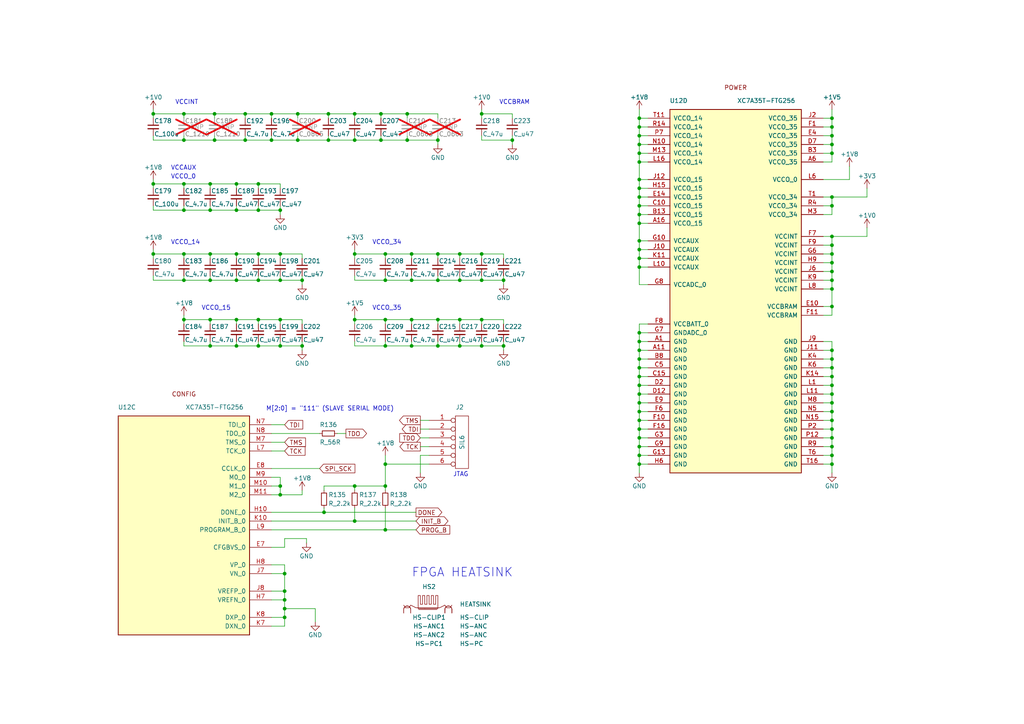
<source format=kicad_sch>
(kicad_sch (version 20231120) (generator "eeschema") (generator_version "8.0")
  (paper "A4")
  (title_block (rev "v2") (comment 1 "Copyright Dejan Priversek 2017"))
  (junction (at 241.3 39.37))
  (junction (at 127 40.64))
  (junction (at 185.42 134.62))
  (junction (at 119.38 100.33))
  (junction (at 185.42 106.68))
  (junction (at 82.55 176.53))
  (junction (at 241.3 127))
  (junction (at 111.76 100.33))
  (junction (at 60.96 60.96))
  (junction (at 81.28 81.28))
  (junction (at 102.87 40.64))
  (junction (at 139.7 92.71))
  (junction (at 86.36 33.02))
  (junction (at 139.7 81.28))
  (junction (at 241.3 124.46))
  (junction (at 185.42 46.99))
  (junction (at 241.3 68.58))
  (junction (at 82.55 171.45))
  (junction (at 185.42 104.14))
  (junction (at 110.49 40.64))
  (junction (at 241.3 121.92))
  (junction (at 185.42 116.84))
  (junction (at 119.38 81.28))
  (junction (at 241.3 59.69))
  (junction (at 133.35 92.71))
  (junction (at 185.42 57.15))
  (junction (at 241.3 44.45))
  (junction (at 68.58 60.96))
  (junction (at 241.3 81.28))
  (junction (at 111.76 73.66))
  (junction (at 111.76 134.62))
  (junction (at 185.42 69.85))
  (junction (at 133.35 81.28))
  (junction (at 81.28 92.71))
  (junction (at 119.38 73.66))
  (junction (at 185.42 59.69))
  (junction (at 68.58 92.71))
  (junction (at 241.3 36.83))
  (junction (at 185.42 39.37))
  (junction (at 53.34 81.28))
  (junction (at 102.87 33.02))
  (junction (at 60.96 73.66))
  (junction (at 185.42 99.06))
  (junction (at 81.28 143.51))
  (junction (at 110.49 33.02))
  (junction (at 127 73.66))
  (junction (at 127 81.28))
  (junction (at 241.3 88.9))
  (junction (at 185.42 124.46))
  (junction (at 53.34 60.96))
  (junction (at 95.25 33.02))
  (junction (at 185.42 34.29))
  (junction (at 74.93 81.28))
  (junction (at 146.05 81.28))
  (junction (at 111.76 140.97))
  (junction (at 139.7 73.66))
  (junction (at 111.76 81.28))
  (junction (at 185.42 52.07))
  (junction (at 81.28 73.66))
  (junction (at 74.93 73.66))
  (junction (at 62.23 40.64))
  (junction (at 185.42 64.77))
  (junction (at 71.12 40.64))
  (junction (at 241.3 78.74))
  (junction (at 241.3 34.29))
  (junction (at 74.93 100.33))
  (junction (at 185.42 121.92))
  (junction (at 81.28 140.97))
  (junction (at 241.3 111.76))
  (junction (at 185.42 114.3))
  (junction (at 68.58 73.66))
  (junction (at 185.42 111.76))
  (junction (at 102.87 92.71))
  (junction (at 74.93 60.96))
  (junction (at 78.74 40.64))
  (junction (at 139.7 100.33))
  (junction (at 53.34 40.64))
  (junction (at 87.63 100.33))
  (junction (at 185.42 119.38))
  (junction (at 241.3 116.84))
  (junction (at 68.58 100.33))
  (junction (at 185.42 74.93))
  (junction (at 102.87 73.66))
  (junction (at 185.42 132.08))
  (junction (at 71.12 33.02))
  (junction (at 118.11 33.02))
  (junction (at 146.05 100.33))
  (junction (at 241.3 104.14))
  (junction (at 68.58 81.28))
  (junction (at 185.42 54.61))
  (junction (at 241.3 101.6))
  (junction (at 87.63 81.28))
  (junction (at 241.3 83.82))
  (junction (at 95.25 40.64))
  (junction (at 133.35 73.66))
  (junction (at 148.59 40.64))
  (junction (at 241.3 114.3))
  (junction (at 53.34 33.02))
  (junction (at 185.42 41.91))
  (junction (at 185.42 109.22))
  (junction (at 93.98 148.59))
  (junction (at 241.3 41.91))
  (junction (at 82.55 173.99))
  (junction (at 185.42 77.47))
  (junction (at 185.42 62.23))
  (junction (at 44.45 73.66))
  (junction (at 127 100.33))
  (junction (at 74.93 92.71))
  (junction (at 185.42 36.83))
  (junction (at 81.28 100.33))
  (junction (at 44.45 53.34))
  (junction (at 74.93 53.34))
  (junction (at 119.38 92.71))
  (junction (at 185.42 101.6))
  (junction (at 241.3 134.62))
  (junction (at 241.3 132.08))
  (junction (at 185.42 96.52))
  (junction (at 60.96 92.71))
  (junction (at 53.34 73.66))
  (junction (at 102.87 151.13))
  (junction (at 81.28 60.96))
  (junction (at 139.7 33.02))
  (junction (at 44.45 33.02))
  (junction (at 68.58 53.34))
  (junction (at 53.34 53.34))
  (junction (at 241.3 71.12))
  (junction (at 241.3 57.15))
  (junction (at 185.42 127))
  (junction (at 241.3 119.38))
  (junction (at 60.96 100.33))
  (junction (at 82.55 179.07))
  (junction (at 111.76 92.71))
  (junction (at 185.42 129.54))
  (junction (at 241.3 129.54))
  (junction (at 241.3 106.68))
  (junction (at 241.3 76.2))
  (junction (at 111.76 153.67))
  (junction (at 185.42 44.45))
  (junction (at 78.74 33.02))
  (junction (at 53.34 92.71))
  (junction (at 82.55 166.37))
  (junction (at 241.3 73.66))
  (junction (at 127 92.71))
  (junction (at 118.11 40.64))
  (junction (at 102.87 140.97))
  (junction (at 60.96 53.34))
  (junction (at 133.35 100.33))
  (junction (at 60.96 81.28))
  (junction (at 62.23 33.02))
  (junction (at 241.3 109.22))
  (junction (at 185.42 72.39))
  (junction (at 86.36 40.64))
  (wire (pts (xy 68.58 53.34) (xy 74.93 53.34)))
  (wire (pts (xy 82.55 171.45) (xy 82.55 173.99)))
  (wire (pts (xy 133.35 100.33) (xy 139.7 100.33)))
  (wire (pts (xy 241.3 57.15) (xy 241.3 59.69)))
  (wire (pts (xy 118.11 40.64) (xy 127 40.64)))
  (wire (pts (xy 118.11 33.02) (xy 118.11 34.29)))
  (wire (pts (xy 82.55 179.07) (xy 82.55 181.61)))
  (wire (pts (xy 74.93 81.28) (xy 74.93 80.01)))
  (wire (pts (xy 139.7 80.01) (xy 139.7 81.28)))
  (wire (pts (xy 185.42 31.75) (xy 185.42 34.29)))
  (wire (pts (xy 185.42 77.47) (xy 187.96 77.47)))
  (wire (pts (xy 127 40.64) (xy 127 41.91)))
  (wire (pts (xy 241.3 91.44) (xy 238.76 91.44)))
  (wire (pts (xy 185.42 57.15) (xy 185.42 59.69)))
  (wire (pts (xy 241.3 106.68) (xy 241.3 109.22)))
  (wire (pts (xy 119.38 73.66) (xy 119.38 74.93)))
  (wire (pts (xy 74.93 100.33) (xy 81.28 100.33)))
  (wire (pts (xy 133.35 73.66) (xy 133.35 74.93)))
  (wire (pts (xy 111.76 100.33) (xy 119.38 100.33)))
  (wire (pts (xy 53.34 33.02) (xy 62.23 33.02)))
  (wire (pts (xy 53.34 99.06) (xy 53.34 100.33)))
  (wire (pts (xy 102.87 142.24) (xy 102.87 140.97)))
  (wire (pts (xy 82.55 181.61) (xy 78.74 181.61)))
  (wire (pts (xy 82.55 163.83) (xy 82.55 166.37)))
  (wire (pts (xy 68.58 92.71) (xy 68.58 93.98)))
  (wire (pts (xy 241.3 114.3) (xy 241.3 116.84)))
  (wire (pts (xy 78.74 140.97) (xy 81.28 140.97)))
  (wire (pts (xy 133.35 100.33) (xy 133.35 99.06)))
  (wire (pts (xy 44.45 72.39) (xy 44.45 73.66)))
  (wire (pts (xy 68.58 60.96) (xy 74.93 60.96)))
  (wire (pts (xy 78.74 166.37) (xy 82.55 166.37)))
  (wire (pts (xy 241.3 57.15) (xy 251.46 57.15)))
  (wire (pts (xy 241.3 78.74) (xy 238.76 78.74)))
  (wire (pts (xy 44.45 73.66) (xy 44.45 74.93)))
  (wire (pts (xy 241.3 121.92) (xy 238.76 121.92)))
  (wire (pts (xy 133.35 81.28) (xy 139.7 81.28)))
  (wire (pts (xy 185.42 93.98) (xy 185.42 96.52)))
  (wire (pts (xy 185.42 127) (xy 187.96 127)))
  (wire (pts (xy 185.42 129.54) (xy 185.42 132.08)))
  (wire (pts (xy 185.42 62.23) (xy 185.42 64.77)))
  (wire (pts (xy 185.42 109.22) (xy 185.42 111.76)))
  (wire (pts (xy 87.63 92.71) (xy 87.63 93.98)))
  (wire (pts (xy 81.28 92.71) (xy 81.28 93.98)))
  (wire (pts (xy 68.58 73.66) (xy 68.58 74.93)))
  (wire (pts (xy 82.55 176.53) (xy 82.55 179.07)))
  (wire (pts (xy 148.59 40.64) (xy 139.7 40.64)))
  (wire (pts (xy 86.36 33.02) (xy 95.25 33.02)))
  (wire (pts (xy 82.55 163.83) (xy 78.74 163.83)))
  (wire (pts (xy 44.45 53.34) (xy 53.34 53.34)))
  (wire (pts (xy 251.46 68.58) (xy 251.46 66.04)))
  (wire (pts (xy 118.11 33.02) (xy 127 33.02)))
  (wire (pts (xy 91.44 176.53) (xy 91.44 180.34)))
  (wire (pts (xy 185.42 39.37) (xy 185.42 41.91)))
  (wire (pts (xy 74.93 81.28) (xy 81.28 81.28)))
  (wire (pts (xy 60.96 60.96) (xy 68.58 60.96)))
  (wire (pts (xy 238.76 99.06) (xy 241.3 99.06)))
  (wire (pts (xy 241.3 101.6) (xy 241.3 104.14)))
  (wire (pts (xy 68.58 53.34) (xy 68.58 54.61)))
  (wire (pts (xy 92.71 125.73) (xy 78.74 125.73)))
  (wire (pts (xy 185.42 69.85) (xy 185.42 72.39)))
  (wire (pts (xy 78.74 148.59) (xy 93.98 148.59)))
  (wire (pts (xy 110.49 33.02) (xy 118.11 33.02)))
  (wire (pts (xy 185.42 62.23) (xy 187.96 62.23)))
  (wire (pts (xy 139.7 73.66) (xy 139.7 74.93)))
  (wire (pts (xy 95.25 33.02) (xy 95.25 34.29)))
  (wire (pts (xy 53.34 91.44) (xy 53.34 92.71)))
  (wire (pts (xy 185.42 111.76) (xy 187.96 111.76)))
  (wire (pts (xy 121.92 132.08) (xy 121.92 137.16)))
  (wire (pts (xy 60.96 73.66) (xy 68.58 73.66)))
  (wire (pts (xy 139.7 92.71) (xy 139.7 93.98)))
  (wire (pts (xy 241.3 83.82) (xy 238.76 83.82)))
  (wire (pts (xy 102.87 73.66) (xy 111.76 73.66)))
  (wire (pts (xy 139.7 99.06) (xy 139.7 100.33)))
  (wire (pts (xy 102.87 33.02) (xy 110.49 33.02)))
  (wire (pts (xy 146.05 73.66) (xy 146.05 74.93)))
  (wire (pts (xy 241.3 124.46) (xy 238.76 124.46)))
  (wire (pts (xy 185.42 116.84) (xy 187.96 116.84)))
  (wire (pts (xy 185.42 111.76) (xy 185.42 114.3)))
  (wire (pts (xy 88.9 156.21) (xy 88.9 157.48)))
  (wire (pts (xy 238.76 71.12) (xy 241.3 71.12)))
  (wire (pts (xy 241.3 62.23) (xy 238.76 62.23)))
  (wire (pts (xy 82.55 171.45) (xy 78.74 171.45)))
  (wire (pts (xy 78.74 123.19) (xy 82.55 123.19)))
  (wire (pts (xy 102.87 140.97) (xy 93.98 140.97)))
  (wire (pts (xy 148.59 34.29) (xy 148.59 33.02)))
  (wire (pts (xy 81.28 53.34) (xy 81.28 54.61)))
  (wire (pts (xy 185.42 104.14) (xy 185.42 106.68)))
  (wire (pts (xy 102.87 73.66) (xy 102.87 74.93)))
  (wire (pts (xy 241.3 83.82) (xy 241.3 88.9)))
  (wire (pts (xy 119.38 81.28) (xy 127 81.28)))
  (wire (pts (xy 185.42 72.39) (xy 187.96 72.39)))
  (wire (pts (xy 81.28 81.28) (xy 87.63 81.28)))
  (wire (pts (xy 185.42 134.62) (xy 185.42 137.16)))
  (wire (pts (xy 241.3 76.2) (xy 238.76 76.2)))
  (wire (pts (xy 62.23 39.37) (xy 62.23 40.64)))
  (wire (pts (xy 241.3 73.66) (xy 238.76 73.66)))
  (wire (pts (xy 102.87 151.13) (xy 120.65 151.13)))
  (wire (pts (xy 185.42 39.37) (xy 187.96 39.37)))
  (wire (pts (xy 238.76 101.6) (xy 241.3 101.6)))
  (wire (pts (xy 44.45 60.96) (xy 44.45 59.69)))
  (wire (pts (xy 241.3 88.9) (xy 238.76 88.9)))
  (wire (pts (xy 111.76 134.62) (xy 111.76 140.97)))
  (wire (pts (xy 87.63 100.33) (xy 87.63 101.6)))
  (wire (pts (xy 102.87 33.02) (xy 102.87 34.29)))
  (wire (pts (xy 127 100.33) (xy 127 99.06)))
  (wire (pts (xy 86.36 39.37) (xy 86.36 40.64)))
  (wire (pts (xy 127 73.66) (xy 133.35 73.66)))
  (wire (pts (xy 44.45 81.28) (xy 44.45 80.01)))
  (wire (pts (xy 86.36 40.64) (xy 95.25 40.64)))
  (wire (pts (xy 95.25 33.02) (xy 102.87 33.02)))
  (wire (pts (xy 78.74 151.13) (xy 102.87 151.13)))
  (wire (pts (xy 119.38 73.66) (xy 127 73.66)))
  (wire (pts (xy 81.28 92.71) (xy 87.63 92.71)))
  (wire (pts (xy 185.42 34.29) (xy 185.42 36.83)))
  (wire (pts (xy 185.42 59.69) (xy 187.96 59.69)))
  (wire (pts (xy 78.74 138.43) (xy 81.28 138.43)))
  (wire (pts (xy 111.76 99.06) (xy 111.76 100.33)))
  (wire (pts (xy 82.55 166.37) (xy 82.55 171.45)))
  (wire (pts (xy 91.44 176.53) (xy 82.55 176.53)))
  (wire (pts (xy 53.34 74.93) (xy 53.34 73.66)))
  (wire (pts (xy 111.76 73.66) (xy 119.38 73.66)))
  (wire (pts (xy 53.34 60.96) (xy 60.96 60.96)))
  (wire (pts (xy 53.34 59.69) (xy 53.34 60.96)))
  (wire (pts (xy 185.42 41.91) (xy 185.42 44.45)))
  (wire (pts (xy 111.76 132.08) (xy 111.76 134.62)))
  (wire (pts (xy 62.23 34.29) (xy 62.23 33.02)))
  (wire (pts (xy 241.3 134.62) (xy 241.3 137.16)))
  (wire (pts (xy 53.34 80.01) (xy 53.34 81.28)))
  (wire (pts (xy 82.55 173.99) (xy 82.55 176.53)))
  (wire (pts (xy 60.96 60.96) (xy 60.96 59.69)))
  (wire (pts (xy 111.76 147.32) (xy 111.76 153.67)))
  (wire (pts (xy 68.58 81.28) (xy 68.58 80.01)))
  (wire (pts (xy 185.42 114.3) (xy 187.96 114.3)))
  (wire (pts (xy 119.38 100.33) (xy 127 100.33)))
  (wire (pts (xy 185.42 44.45) (xy 185.42 46.99)))
  (wire (pts (xy 148.59 33.02) (xy 139.7 33.02)))
  (wire (pts (xy 93.98 148.59) (xy 120.65 148.59)))
  (wire (pts (xy 124.46 134.62) (xy 111.76 134.62)))
  (wire (pts (xy 121.92 129.54) (xy 124.46 129.54)))
  (wire (pts (xy 119.38 81.28) (xy 119.38 80.01)))
  (wire (pts (xy 87.63 73.66) (xy 87.63 74.93)))
  (wire (pts (xy 241.3 36.83) (xy 238.76 36.83)))
  (wire (pts (xy 111.76 81.28) (xy 119.38 81.28)))
  (wire (pts (xy 185.42 116.84) (xy 185.42 119.38)))
  (wire (pts (xy 81.28 59.69) (xy 81.28 60.96)))
  (wire (pts (xy 71.12 40.64) (xy 71.12 39.37)))
  (wire (pts (xy 81.28 100.33) (xy 87.63 100.33)))
  (wire (pts (xy 62.23 40.64) (xy 71.12 40.64)))
  (wire (pts (xy 185.42 72.39) (xy 185.42 74.93)))
  (wire (pts (xy 241.3 119.38) (xy 241.3 121.92)))
  (wire (pts (xy 185.42 96.52) (xy 185.42 99.06)))
  (wire (pts (xy 93.98 140.97) (xy 93.98 142.24)))
  (wire (pts (xy 241.3 134.62) (xy 238.76 134.62)))
  (wire (pts (xy 102.87 147.32) (xy 102.87 151.13)))
  (wire (pts (xy 60.96 100.33) (xy 60.96 99.06)))
  (wire (pts (xy 111.76 140.97) (xy 102.87 140.97)))
  (wire (pts (xy 241.3 114.3) (xy 238.76 114.3)))
  (wire (pts (xy 148.59 39.37) (xy 148.59 40.64)))
  (wire (pts (xy 82.55 130.81) (xy 78.74 130.81)))
  (wire (pts (xy 111.76 93.98) (xy 111.76 92.71)))
  (wire (pts (xy 187.96 93.98) (xy 185.42 93.98)))
  (wire (pts (xy 241.3 34.29) (xy 241.3 36.83)))
  (wire (pts (xy 241.3 46.99) (xy 238.76 46.99)))
  (wire (pts (xy 95.25 40.64) (xy 102.87 40.64)))
  (wire (pts (xy 185.42 109.22) (xy 187.96 109.22)))
  (wire (pts (xy 241.3 39.37) (xy 241.3 41.91)))
  (wire (pts (xy 146.05 81.28) (xy 146.05 82.55)))
  (wire (pts (xy 44.45 52.07) (xy 44.45 53.34)))
  (wire (pts (xy 60.96 53.34) (xy 68.58 53.34)))
  (wire (pts (xy 127 92.71) (xy 133.35 92.71)))
  (wire (pts (xy 241.3 132.08) (xy 241.3 134.62)))
  (wire (pts (xy 78.74 143.51) (xy 81.28 143.51)))
  (wire (pts (xy 53.34 92.71) (xy 60.96 92.71)))
  (wire (pts (xy 78.74 33.02) (xy 86.36 33.02)))
  (wire (pts (xy 185.42 119.38) (xy 187.96 119.38)))
  (wire (pts (xy 185.42 57.15) (xy 187.96 57.15)))
  (wire (pts (xy 139.7 81.28) (xy 146.05 81.28)))
  (wire (pts (xy 241.3 36.83) (xy 241.3 39.37)))
  (wire (pts (xy 86.36 34.29) (xy 86.36 33.02)))
  (wire (pts (xy 241.3 127) (xy 238.76 127)))
  (wire (pts (xy 139.7 92.71) (xy 146.05 92.71)))
  (wire (pts (xy 185.42 59.69) (xy 185.42 62.23)))
  (wire (pts (xy 82.55 158.75) (xy 82.55 156.21)))
  (wire (pts (xy 111.76 80.01) (xy 111.76 81.28)))
  (wire (pts (xy 185.42 52.07) (xy 187.96 52.07)))
  (wire (pts (xy 68.58 100.33) (xy 68.58 99.06)))
  (wire (pts (xy 133.35 92.71) (xy 139.7 92.71)))
  (wire (pts (xy 81.28 143.51) (xy 87.63 143.51)))
  (wire (pts (xy 148.59 40.64) (xy 148.59 41.91)))
  (wire (pts (xy 241.3 109.22) (xy 241.3 111.76)))
  (wire (pts (xy 241.3 129.54) (xy 238.76 129.54)))
  (wire (pts (xy 93.98 147.32) (xy 93.98 148.59)))
  (wire (pts (xy 146.05 92.71) (xy 146.05 93.98)))
  (wire (pts (xy 60.96 100.33) (xy 68.58 100.33)))
  (wire (pts (xy 44.45 33.02) (xy 44.45 34.29)))
  (wire (pts (xy 44.45 60.96) (xy 53.34 60.96)))
  (wire (pts (xy 87.63 99.06) (xy 87.63 100.33)))
  (wire (pts (xy 241.3 78.74) (xy 241.3 81.28)))
  (wire (pts (xy 60.96 73.66) (xy 60.96 74.93)))
  (wire (pts (xy 139.7 100.33) (xy 146.05 100.33)))
  (wire (pts (xy 238.76 68.58) (xy 241.3 68.58)))
  (wire (pts (xy 139.7 33.02) (xy 139.7 34.29)))
  (wire (pts (xy 241.3 129.54) (xy 241.3 132.08)))
  (wire (pts (xy 185.42 101.6) (xy 185.42 104.14)))
  (wire (pts (xy 127 81.28) (xy 127 80.01)))
  (wire (pts (xy 44.45 40.64) (xy 53.34 40.64)))
  (wire (pts (xy 127 39.37) (xy 127 40.64)))
  (wire (pts (xy 241.3 81.28) (xy 241.3 83.82)))
  (wire (pts (xy 68.58 100.33) (xy 74.93 100.33)))
  (wire (pts (xy 74.93 92.71) (xy 81.28 92.71)))
  (wire (pts (xy 185.42 52.07) (xy 185.42 54.61)))
  (wire (pts (xy 127 81.28) (xy 133.35 81.28)))
  (wire (pts (xy 53.34 53.34) (xy 60.96 53.34)))
  (wire (pts (xy 185.42 114.3) (xy 185.42 116.84)))
  (wire (pts (xy 102.87 72.39) (xy 102.87 73.66)))
  (wire (pts (xy 119.38 92.71) (xy 119.38 93.98)))
  (wire (pts (xy 185.42 54.61) (xy 185.42 57.15)))
  (wire (pts (xy 119.38 92.71) (xy 127 92.71)))
  (wire (pts (xy 102.87 100.33) (xy 102.87 99.06)))
  (wire (pts (xy 102.87 91.44) (xy 102.87 92.71)))
  (wire (pts (xy 124.46 132.08) (xy 121.92 132.08)))
  (wire (pts (xy 127 33.02) (xy 127 34.29)))
  (wire (pts (xy 185.42 129.54) (xy 187.96 129.54)))
  (wire (pts (xy 246.38 52.07) (xy 246.38 48.26)))
  (wire (pts (xy 60.96 81.28) (xy 68.58 81.28)))
  (wire (pts (xy 139.7 73.66) (xy 146.05 73.66)))
  (wire (pts (xy 81.28 100.33) (xy 81.28 99.06)))
  (wire (pts (xy 185.42 101.6) (xy 187.96 101.6)))
  (wire (pts (xy 185.42 64.77) (xy 187.96 64.77)))
  (wire (pts (xy 74.93 73.66) (xy 81.28 73.66)))
  (wire (pts (xy 185.42 127) (xy 185.42 129.54)))
  (wire (pts (xy 102.87 100.33) (xy 111.76 100.33)))
  (wire (pts (xy 111.76 92.71) (xy 119.38 92.71)))
  (wire (pts (xy 87.63 80.01) (xy 87.63 81.28)))
  (wire (pts (xy 133.35 92.71) (xy 133.35 93.98)))
  (wire (pts (xy 241.3 81.28) (xy 238.76 81.28)))
  (wire (pts (xy 44.45 81.28) (xy 53.34 81.28)))
  (wire (pts (xy 241.3 76.2) (xy 241.3 78.74)))
  (wire (pts (xy 81.28 73.66) (xy 81.28 74.93)))
  (wire (pts (xy 78.74 173.99) (xy 82.55 173.99)))
  (wire (pts (xy 53.34 81.28) (xy 60.96 81.28)))
  (wire (pts (xy 68.58 92.71) (xy 74.93 92.71)))
  (wire (pts (xy 44.45 31.75) (xy 44.45 33.02)))
  (wire (pts (xy 185.42 106.68) (xy 187.96 106.68)))
  (wire (pts (xy 78.74 40.64) (xy 86.36 40.64)))
  (wire (pts (xy 78.74 158.75) (xy 82.55 158.75)))
  (wire (pts (xy 44.45 73.66) (xy 53.34 73.66)))
  (wire (pts (xy 60.96 53.34) (xy 60.96 54.61)))
  (wire (pts (xy 185.42 119.38) (xy 185.42 121.92)))
  (wire (pts (xy 139.7 40.64) (xy 139.7 39.37)))
  (wire (pts (xy 102.87 92.71) (xy 111.76 92.71)))
  (wire (pts (xy 185.42 121.92) (xy 185.42 124.46)))
  (wire (pts (xy 102.87 81.28) (xy 102.87 80.01)))
  (wire (pts (xy 185.42 124.46) (xy 187.96 124.46)))
  (wire (pts (xy 185.42 36.83) (xy 185.42 39.37)))
  (wire (pts (xy 241.3 44.45) (xy 241.3 46.99)))
  (wire (pts (xy 74.93 100.33) (xy 74.93 99.06)))
  (wire (pts (xy 187.96 34.29) (xy 185.42 34.29)))
  (wire (pts (xy 146.05 100.33) (xy 146.05 101.6)))
  (wire (pts (xy 110.49 34.29) (xy 110.49 33.02)))
  (wire (pts (xy 68.58 81.28) (xy 74.93 81.28)))
  (wire (pts (xy 133.35 81.28) (xy 133.35 80.01)))
  (wire (pts (xy 102.87 40.64) (xy 110.49 40.64)))
  (wire (pts (xy 185.42 69.85) (xy 187.96 69.85)))
  (wire (pts (xy 238.76 34.29) (xy 241.3 34.29)))
  (wire (pts (xy 53.34 40.64) (xy 62.23 40.64)))
  (wire (pts (xy 185.42 132.08) (xy 185.42 134.62)))
  (wire (pts (xy 53.34 54.61) (xy 53.34 53.34)))
  (wire (pts (xy 110.49 40.64) (xy 110.49 39.37)))
  (wire (pts (xy 102.87 40.64) (xy 102.87 39.37)))
  (wire (pts (xy 119.38 100.33) (xy 119.38 99.06)))
  (wire (pts (xy 187.96 36.83) (xy 185.42 36.83)))
  (wire (pts (xy 53.34 73.66) (xy 60.96 73.66)))
  (wire (pts (xy 187.96 96.52) (xy 185.42 96.52)))
  (wire (pts (xy 121.92 127) (xy 124.46 127)))
  (wire (pts (xy 133.35 73.66) (xy 139.7 73.66)))
  (wire (pts (xy 241.3 109.22) (xy 238.76 109.22)))
  (wire (pts (xy 185.42 134.62) (xy 187.96 134.62)))
  (wire (pts (xy 95.25 40.64) (xy 95.25 39.37)))
  (wire (pts (xy 82.55 179.07) (xy 78.74 179.07)))
  (wire (pts (xy 241.3 71.12) (xy 241.3 73.66)))
  (wire (pts (xy 74.93 73.66) (xy 74.93 74.93)))
  (wire (pts (xy 241.3 119.38) (xy 238.76 119.38)))
  (wire (pts (xy 241.3 106.68) (xy 238.76 106.68)))
  (wire (pts (xy 185.42 132.08) (xy 187.96 132.08)))
  (wire (pts (xy 71.12 40.64) (xy 78.74 40.64)))
  (wire (pts (xy 146.05 80.01) (xy 146.05 81.28)))
  (wire (pts (xy 74.93 92.71) (xy 74.93 93.98)))
  (wire (pts (xy 185.42 46.99) (xy 187.96 46.99)))
  (wire (pts (xy 241.3 73.66) (xy 241.3 76.2)))
  (wire (pts (xy 74.93 60.96) (xy 81.28 60.96)))
  (wire (pts (xy 251.46 57.15) (xy 251.46 54.61)))
  (wire (pts (xy 241.3 88.9) (xy 241.3 91.44)))
  (wire (pts (xy 241.3 99.06) (xy 241.3 101.6)))
  (wire (pts (xy 241.3 41.91) (xy 241.3 44.45)))
  (wire (pts (xy 185.42 46.99) (xy 185.42 52.07)))
  (wire (pts (xy 53.34 34.29) (xy 53.34 33.02)))
  (wire (pts (xy 60.96 92.71) (xy 60.96 93.98)))
  (wire (pts (xy 185.42 104.14) (xy 187.96 104.14)))
  (wire (pts (xy 241.3 111.76) (xy 238.76 111.76)))
  (wire (pts (xy 241.3 124.46) (xy 241.3 127)))
  (wire (pts (xy 238.76 52.07) (xy 246.38 52.07)))
  (wire (pts (xy 60.96 92.71) (xy 68.58 92.71)))
  (wire (pts (xy 185.42 124.46) (xy 185.42 127)))
  (wire (pts (xy 121.92 121.92) (xy 124.46 121.92)))
  (wire (pts (xy 81.28 73.66) (xy 87.63 73.66)))
  (wire (pts (xy 185.42 74.93) (xy 187.96 74.93)))
  (wire (pts (xy 185.42 77.47) (xy 185.42 82.55)))
  (wire (pts (xy 71.12 33.02) (xy 71.12 34.29)))
  (wire (pts (xy 44.45 40.64) (xy 44.45 39.37)))
  (wire (pts (xy 97.79 125.73) (xy 100.33 125.73)))
  (wire (pts (xy 241.3 104.14) (xy 238.76 104.14)))
  (wire (pts (xy 111.76 74.93) (xy 111.76 73.66)))
  (wire (pts (xy 81.28 60.96) (xy 81.28 62.23)))
  (wire (pts (xy 74.93 60.96) (xy 74.93 59.69)))
  (wire (pts (xy 92.71 135.89) (xy 78.74 135.89)))
  (wire (pts (xy 110.49 40.64) (xy 118.11 40.64)))
  (wire (pts (xy 102.87 92.71) (xy 102.87 93.98)))
  (wire (pts (xy 185.42 121.92) (xy 187.96 121.92)))
  (wire (pts (xy 241.3 68.58) (xy 241.3 71.12)))
  (wire (pts (xy 74.93 53.34) (xy 74.93 54.61)))
  (wire (pts (xy 185.42 99.06) (xy 187.96 99.06)))
  (wire (pts (xy 139.7 31.75) (xy 139.7 33.02)))
  (wire (pts (xy 81.28 138.43) (xy 81.28 140.97)))
  (wire (pts (xy 74.93 53.34) (xy 81.28 53.34)))
  (wire (pts (xy 78.74 40.64) (xy 78.74 39.37)))
  (wire (pts (xy 118.11 40.64) (xy 118.11 39.37)))
  (wire (pts (xy 185.42 99.06) (xy 185.42 101.6)))
  (wire (pts (xy 44.45 53.34) (xy 44.45 54.61)))
  (wire (pts (xy 185.42 106.68) (xy 185.42 109.22)))
  (wire (pts (xy 111.76 153.67) (xy 120.65 153.67)))
  (wire (pts (xy 53.34 100.33) (xy 60.96 100.33)))
  (wire (pts (xy 111.76 140.97) (xy 111.76 142.24)))
  (wire (pts (xy 68.58 60.96) (xy 68.58 59.69)))
  (wire (pts (xy 238.76 57.15) (xy 241.3 57.15)))
  (wire (pts (xy 185.42 74.93) (xy 185.42 77.47)))
  (wire (pts (xy 71.12 33.02) (xy 78.74 33.02)))
  (wire (pts (xy 68.58 73.66) (xy 74.93 73.66)))
  (wire (pts (xy 82.55 128.27) (xy 78.74 128.27)))
  (wire (pts (xy 87.63 143.51) (xy 87.63 142.24)))
  (wire (pts (xy 241.3 44.45) (xy 238.76 44.45)))
  (wire (pts (xy 102.87 81.28) (xy 111.76 81.28)))
  (wire (pts (xy 185.42 82.55) (xy 187.96 82.55)))
  (wire (pts (xy 53.34 39.37) (xy 53.34 40.64)))
  (wire (pts (xy 127 73.66) (xy 127 74.93)))
  (wire (pts (xy 127 92.71) (xy 127 93.98)))
  (wire (pts (xy 82.55 156.21) (xy 88.9 156.21)))
  (wire (pts (xy 78.74 153.67) (xy 111.76 153.67)))
  (wire (pts (xy 241.3 127) (xy 241.3 129.54)))
  (wire (pts (xy 185.42 41.91) (xy 187.96 41.91)))
  (wire (pts (xy 62.23 33.02) (xy 71.12 33.02)))
  (wire (pts (xy 241.3 41.91) (xy 238.76 41.91)))
  (wire (pts (xy 44.45 33.02) (xy 53.34 33.02)))
  (wire (pts (xy 185.42 44.45) (xy 187.96 44.45)))
  (wire (pts (xy 241.3 121.92) (xy 241.3 124.46)))
  (wire (pts (xy 81.28 80.01) (xy 81.28 81.28)))
  (wire (pts (xy 60.96 81.28) (xy 60.96 80.01)))
  (wire (pts (xy 146.05 99.06) (xy 146.05 100.33)))
  (wire (pts (xy 241.3 31.75) (xy 241.3 34.29)))
  (wire (pts (xy 87.63 81.28) (xy 87.63 82.55)))
  (wire (pts (xy 241.3 116.84) (xy 241.3 119.38)))
  (wire (pts (xy 241.3 104.14) (xy 241.3 106.68)))
  (wire (pts (xy 241.3 111.76) (xy 241.3 114.3)))
  (wire (pts (xy 81.28 140.97) (xy 81.28 143.51)))
  (wire (pts (xy 241.3 39.37) (xy 238.76 39.37)))
  (wire (pts (xy 238.76 59.69) (xy 241.3 59.69)))
  (wire (pts (xy 121.92 124.46) (xy 124.46 124.46)))
  (wire (pts (xy 53.34 92.71) (xy 53.34 93.98)))
  (wire (pts (xy 241.3 59.69) (xy 241.3 62.23)))
  (wire (pts (xy 127 100.33) (xy 133.35 100.33)))
  (wire (pts (xy 185.42 64.77) (xy 185.42 69.85)))
  (wire (pts (xy 187.96 54.61) (xy 185.42 54.61)))
  (wire (pts (xy 241.3 132.08) (xy 238.76 132.08)))
  (wire (pts (xy 78.74 33.02) (xy 78.74 34.29)))
  (wire (pts (xy 241.3 68.58) (xy 251.46 68.58)))
  (wire (pts (xy 241.3 116.84) (xy 238.76 116.84)))
  (text "JTAG" (at 135.89 138.43 0) (effects (font (size 1.27 1.27)) (justify right bottom)))
  (text "VCCO_34" (at 107.95 71.12 0) (effects (font (size 1.27 1.27)) (justify left bottom)))
  (text "VCCINT" (at 50.8 30.48 0) (effects (font (size 1.27 1.27)) (justify left bottom)))
  (text "FPGA HEATSINK" (at 119.38 167.64 0) (effects (font (size 2.54 2.54)) (justify left bottom)))
  (text "VCCO_14" (at 49.53 71.12 0) (effects (font (size 1.27 1.27)) (justify left bottom)))
  (text "M[2:0] = \"111\" (SLAVE SERIAL MODE)" (at 114.3 119.38 0) (effects (font (size 1.27 1.27)) (justify right bottom)))
  (text "VCCBRAM" (at 144.78 30.48 0) (effects (font (size 1.27 1.27)) (justify left bottom)))
  (text "VCCO_15" (at 58.42 90.17 0) (effects (font (size 1.27 1.27)) (justify left bottom)))
  (text "VCCO_0" (at 49.53 52.07 0) (effects (font (size 1.27 1.27)) (justify left bottom)))
  (text "VCCAUX" (at 49.53 49.53 0) (effects (font (size 1.27 1.27)) (justify left bottom)))
  (text "VCCO_35" (at 107.95 90.17 0) (effects (font (size 1.27 1.27)) (justify left bottom)))
  (global_label "TMS" (shape input) (at 82.55 128.27 0) (property "Intersheetrefs" "${INTERSHEET_REFS}" (effects (hide yes))))
  (global_label "TCK" (shape input) (at 82.55 130.81 0) (property "Intersheetrefs" "${INTERSHEET_REFS}" (effects (hide yes))))
  (global_label "TDI" (shape input) (at 82.55 123.19 0) (property "Intersheetrefs" "${INTERSHEET_REFS}" (effects (hide yes))))
  (global_label "INIT_B" (shape bidirectional) (at 120.65 151.13 0) (property "Intersheetrefs" "${INTERSHEET_REFS}" (effects (hide yes))))
  (global_label "TCK" (shape output) (at 121.92 129.54 180) (property "Intersheetrefs" "${INTERSHEET_REFS}" (effects (hide yes))))
  (global_label "TDI" (shape output) (at 121.92 124.46 180) (property "Intersheetrefs" "${INTERSHEET_REFS}" (effects (hide yes))))
  (global_label "TMS" (shape output) (at 121.92 121.92 180) (property "Intersheetrefs" "${INTERSHEET_REFS}" (effects (hide yes))))
  (global_label "TDO" (shape input) (at 121.92 127 180) (property "Intersheetrefs" "${INTERSHEET_REFS}" (effects (hide yes))))
  (global_label "SPI_SCK" (shape input) (at 92.71 135.89 0) (property "Intersheetrefs" "${INTERSHEET_REFS}" (effects (hide yes))))
  (global_label "TDO" (shape output) (at 100.33 125.73 0) (property "Intersheetrefs" "${INTERSHEET_REFS}" (effects (hide yes))))
  (global_label "PROG_B" (shape input) (at 120.65 153.67 0) (property "Intersheetrefs" "${INTERSHEET_REFS}" (effects (hide yes))))
  (global_label "DONE" (shape output) (at 120.65 148.59 0) (property "Intersheetrefs" "${INTERSHEET_REFS}" (effects (hide yes))))
  (symbol (lib_id "ScopefunParts:XC7A35T-FTG256") (at 53.34 176.53 0) (unit 3)
    (property "Reference" "U12" (at 36.83 118.11 0))
    (property "Value" "XC7A35T-FTG256" (at 62.23 118.11 0))
    (property "Footprint" "ScopefunPackagesLibrary:BGA256_FTG256" (effects (hide yes)))
    (property "Datasheet" "https://www.xilinx.com/support/documentation/data_sheets/ds181_Artix_7_Data_Sheet.pdf" (effects (hide yes)))
    (property "Description" "Artix-7 FPGA" (effects (hide yes)))
    (property "Manufacturer Part Number" "XC7A35T-2FTG256I" (effects (hide yes)))
  )
  (symbol (lib_id "ScopefunParts:XC7A35T-FTG256") (at 213.36 87.63 0) (unit 4)
    (property "Reference" "U12" (at 196.85 29.21 0))
    (property "Value" "XC7A35T-FTG256" (at 222.25 29.21 0))
    (property "Footprint" "ScopefunPackagesLibrary:BGA256_FTG256" (effects (hide yes)))
    (property "Datasheet" "https://www.xilinx.com/support/documentation/data_sheets/ds181_Artix_7_Data_Sheet.pdf" (effects (hide yes)))
    (property "Description" "Artix-7 FPGA" (effects (hide yes)))
    (property "Manufacturer Part Number" "XC7A35T-2FTG256I" (effects (hide yes)))
  )
  (symbol (lib_id "Scopefun_v2-rescue:GND") (at 88.9 157.48 0) (unit 1)
    (property "Reference" "#PWR0326" (effects (hide yes)))
    (property "Value" "GND" (at 88.9 161.29 0))
  )
  (symbol (lib_id "ScopefunParts:+1.8V") (at 87.63 142.24 0) (unit 1)
    (property "Reference" "#PWR0327" (effects (hide yes)))
    (property "Value" "+1V8" (at 87.63 138.684 0))
  )
  (symbol (lib_id "ScopefunParts:R_2.2k") (at 102.87 144.78 0) (unit 1)
    (property "Reference" "R137" (at 104.14 143.51 0) (effects (justify left)))
    (property "Value" "R_2.2k" (at 104.14 146.05 0) (effects (justify left)))
    (property "Footprint" "ScopefunPackagesLibrary:R_0603" (effects (hide yes)))
    (property "Datasheet" "http://industrial.panasonic.com/cdbs/www-data/pdf/AOA0000/AOA0000CE2.pdf" (effects (hide yes)))
    (property "Description" "RES SMD 1% 1/10W 0603" (effects (hide yes)))
    (property "Manufacturer Part Number" "ERJ-3EKF2201V" (effects (hide yes)))
  )
  (symbol (lib_id "ScopefunParts:R_2.2k") (at 111.76 144.78 0) (unit 1)
    (property "Reference" "R138" (at 113.03 143.51 0) (effects (justify left)))
    (property "Value" "R_2.2k" (at 113.03 146.05 0) (effects (justify left)))
    (property "Footprint" "ScopefunPackagesLibrary:R_0603" (effects (hide yes)))
    (property "Datasheet" "http://industrial.panasonic.com/cdbs/www-data/pdf/AOA0000/AOA0000CE2.pdf" (effects (hide yes)))
    (property "Description" "RES SMD 1% 1/10W 0603" (effects (hide yes)))
    (property "Manufacturer Part Number" "ERJ-3EKF2201V" (effects (hide yes)))
  )
  (symbol (lib_id "ScopefunParts:R_2.2k") (at 93.98 144.78 0) (unit 1)
    (property "Reference" "R135" (at 95.25 143.51 0) (effects (justify left)))
    (property "Value" "R_2.2k" (at 95.25 146.05 0) (effects (justify left)))
    (property "Footprint" "ScopefunPackagesLibrary:R_0603" (effects (hide yes)))
    (property "Datasheet" "http://industrial.panasonic.com/cdbs/www-data/pdf/AOA0000/AOA0000CE2.pdf" (effects (hide yes)))
    (property "Description" "RES SMD 1% 1/10W 0603" (effects (hide yes)))
    (property "Manufacturer Part Number" "ERJ-3EKF2201V" (effects (hide yes)))
  )
  (symbol (lib_id "Scopefun_v2-rescue:GND") (at 185.42 137.16 0) (unit 1)
    (property "Reference" "#PWR0328" (effects (hide yes)))
    (property "Value" "GND" (at 185.42 140.97 0))
  )
  (symbol (lib_id "Scopefun_v2-rescue:GND") (at 241.3 137.16 0) (mirror y) (unit 1)
    (property "Reference" "#PWR0329" (effects (hide yes)))
    (property "Value" "GND" (at 241.3 140.97 0))
  )
  (symbol (lib_id "ScopefunParts:SIL6") (at 133.35 128.27 0) (unit 1)
    (property "Reference" "J2" (at 133.35 118.11 0))
    (property "Value" "SIL6" (at 133.985 128.27 90))
    (property "Footprint" "ScopefunPackagesLibrary:SIL6" (effects (hide yes)))
    (property "Datasheet" "https://cdn.harwin.com/pdfs/M20-999.pdf" (effects (hide yes)))
    (property "Description" "CONN SIL 0.1 PITCH" (effects (hide yes)))
    (property "Manufacturer Part Number" "M20-9990645" (effects (hide yes)))
  )
  (symbol (lib_id "Scopefun_v2-rescue:GND") (at 121.92 137.16 0) (unit 1)
    (property "Reference" "#PWR0330" (effects (hide yes)))
    (property "Value" "GND" (at 121.92 140.97 0))
  )
  (symbol (lib_id "ScopefunParts:+1.8V") (at 111.76 132.08 0) (unit 1)
    (property "Reference" "#PWR0331" (effects (hide yes)))
    (property "Value" "+1V8" (at 111.76 128.524 0))
  )
  (symbol (lib_id "Scopefun_v2-rescue:GND") (at 91.44 180.34 0) (unit 1)
    (property "Reference" "#PWR0332" (effects (hide yes)))
    (property "Value" "GND" (at 91.44 184.15 0))
  )
  (symbol (lib_id "ScopefunParts:+1.8V") (at 185.42 31.75 0) (unit 1)
    (property "Reference" "#PWR0333" (effects (hide yes)))
    (property "Value" "+1V8" (at 185.42 28.194 0))
  )
  (symbol (lib_id "ScopefunParts:+3.3V") (at 251.46 54.61 0) (unit 1)
    (property "Reference" "#PWR0334" (effects (hide yes)))
    (property "Value" "+3V3" (at 251.46 51.054 0))
  )
  (symbol (lib_id "ScopefunParts:+1.0V") (at 251.46 66.04 0) (unit 1)
    (property "Reference" "#PWR0335" (effects (hide yes)))
    (property "Value" "+1V0" (at 251.46 62.484 0))
  )
  (symbol (lib_id "ScopefunParts:+1.0V") (at 44.45 31.75 0) (unit 1)
    (property "Reference" "#PWR0336" (effects (hide yes)))
    (property "Value" "+1V0" (at 44.45 28.194 0))
  )
  (symbol (lib_id "ScopefunParts:C_100u") (at 44.45 36.83 0) (unit 1)
    (property "Reference" "C178" (at 44.704 35.052 0) (effects (justify left)))
    (property "Value" "C_100u" (at 44.704 38.862 0) (effects (justify left)))
    (property "Footprint" "ScopefunPackagesLibrary:C_1210" (effects (hide yes)))
    (property "Datasheet" "http://datasheets.avx.com/cx5r.pdf" (effects (hide yes)))
    (property "Description" "MLCC - SMD/SMT 1210 6.3V X5R 20%" (effects (hide yes)))
    (property "Manufacturer Part Number" "12106D107MAT2A" (effects (hide yes)))
  )
  (symbol (lib_id "ScopefunParts:C_4.7u") (at 78.74 36.83 0) (unit 1)
    (property "Reference" "C196" (at 78.994 35.052 0) (effects (justify left)))
    (property "Value" "C_4.7u" (at 78.994 38.862 0) (effects (justify left)))
    (property "Footprint" "ScopefunPackagesLibrary:C_0805" (effects (hide yes)))
    (property "Description" "MLCC - SMD/SMT 0805 10V X7R 10%" (effects (hide yes)))
    (property "Manufacturer Part Number" "C2012X7R1A475K125AC" (effects (hide yes)))
  )
  (symbol (lib_id "ScopefunParts:C_4.7u") (at 71.12 36.83 0) (unit 1)
    (property "Reference" "C192" (at 71.374 35.052 0) (effects (justify left)))
    (property "Value" "C_4.7u" (at 71.374 38.862 0) (effects (justify left)))
    (property "Footprint" "ScopefunPackagesLibrary:C_0805" (effects (hide yes)))
    (property "Description" "MLCC - SMD/SMT 0603 10V X7R 15%" (effects (hide yes)))
    (property "Manufacturer Part Number" "C2012X7R1A475K125AC" (effects (hide yes)))
  )
  (symbol (lib_id "ScopefunParts:+1.0V") (at 139.7 31.75 0) (unit 1)
    (property "Reference" "#PWR0337" (effects (hide yes)))
    (property "Value" "+1V0" (at 139.7 28.194 0))
  )
  (symbol (lib_id "Scopefun_v2-rescue:GND") (at 148.59 41.91 0) (unit 1)
    (property "Reference" "#PWR0338" (effects (hide yes)))
    (property "Value" "GND" (at 148.59 45.72 0))
  )
  (symbol (lib_id "ScopefunParts:C_47u") (at 139.7 36.83 0) (unit 1)
    (property "Reference" "C218" (at 139.954 35.052 0) (effects (justify left)))
    (property "Value" "C_47u" (at 139.954 38.862 0) (effects (justify left)))
    (property "Footprint" "ScopefunPackagesLibrary:C_1210" (effects (hide yes)))
    (property "Description" "MLCC - SMD/SMT 1210 10V X5R 20%" (effects (hide yes)))
    (property "Manufacturer Part Number" "LMK325BJ476MM-T" (effects (hide yes)))
  )
  (symbol (lib_id "ScopefunParts:C_u47") (at 95.25 36.83 0) (unit 1)
    (property "Reference" "C203" (at 95.504 35.052 0) (effects (justify left)))
    (property "Value" "C_u47" (at 95.504 38.862 0) (effects (justify left)))
    (property "Footprint" "ScopefunPackagesLibrary:C_0603" (effects (hide yes)))
    (property "Description" "MLCC - SMD/SMT 0603 16V X7R 10%" (effects (hide yes)))
    (property "Manufacturer Part Number" "EMK107B7474KA-T" (effects (hide yes)))
  )
  (symbol (lib_id "ScopefunParts:C_u47") (at 102.87 36.83 0) (unit 1)
    (property "Reference" "C204" (at 103.124 35.052 0) (effects (justify left)))
    (property "Value" "C_u47" (at 103.124 38.862 0) (effects (justify left)))
    (property "Footprint" "ScopefunPackagesLibrary:C_0603" (effects (hide yes)))
    (property "Description" "MLCC - SMD/SMT 0603 16V X7R 10%" (effects (hide yes)))
    (property "Manufacturer Part Number" "EMK107B7474KA-T" (effects (hide yes)))
  )
  (symbol (lib_id "ScopefunParts:C_u47") (at 110.49 36.83 0) (unit 1)
    (property "Reference" "C207" (at 110.744 35.052 0) (effects (justify left)))
    (property "Value" "C_u47" (at 110.744 38.862 0) (effects (justify left)))
    (property "Footprint" "ScopefunPackagesLibrary:C_0603" (effects (hide yes)))
    (property "Description" "MLCC - SMD/SMT 0603 16V X7R 10%" (effects (hide yes)))
    (property "Manufacturer Part Number" "EMK107B7474KA-T" (effects (hide yes)))
  )
  (symbol (lib_id "ScopefunParts:C_u47") (at 148.59 36.83 0) (unit 1)
    (property "Reference" "C223" (at 148.844 35.052 0) (effects (justify left)))
    (property "Value" "C_u47" (at 148.844 38.862 0) (effects (justify left)))
    (property "Footprint" "ScopefunPackagesLibrary:C_0603" (effects (hide yes)))
    (property "Description" "MLCC - SMD/SMT 0603 16V X7R 10%" (effects (hide yes)))
    (property "Manufacturer Part Number" "EMK107B7474KA-T" (effects (hide yes)))
  )
  (symbol (lib_id "ScopefunParts:C_1210") (at 53.34 36.83 0) (unit 1) (dnp yes)
    (property "Reference" "C181" (at 53.594 35.052 0) (effects (justify left)))
    (property "Value" "C_1210" (at 53.594 38.862 0) (effects (justify left)))
    (property "Footprint" "ScopefunPackagesLibrary:C_1210" (effects (hide yes)))
    (property "Description" "Not populated" (effects (hide yes)))
  )
  (symbol (lib_id "ScopefunParts:C_1210") (at 62.23 36.83 0) (unit 1) (dnp yes)
    (property "Reference" "C188" (at 62.484 35.052 0) (effects (justify left)))
    (property "Value" "C_1210" (at 62.484 38.862 0) (effects (justify left)))
    (property "Footprint" "ScopefunPackagesLibrary:C_1210" (effects (hide yes)))
    (property "Description" "Not populated" (effects (hide yes)))
  )
  (symbol (lib_id "ScopefunParts:C_0805") (at 86.36 36.83 0) (unit 1) (dnp yes)
    (property "Reference" "C200" (at 86.614 35.052 0) (effects (justify left)))
    (property "Value" "C_0805" (at 86.614 38.862 0) (effects (justify left)))
    (property "Footprint" "ScopefunPackagesLibrary:C_0805" (effects (hide yes)))
    (property "Description" "Not populated" (effects (hide yes)))
  )
  (symbol (lib_id "Scopefun_v2-rescue:GND") (at 127 41.91 0) (unit 1)
    (property "Reference" "#PWR0339" (effects (hide yes)))
    (property "Value" "GND" (at 127 45.72 0))
  )
  (symbol (lib_id "ScopefunParts:C_0603") (at 118.11 36.83 0) (unit 1) (dnp yes)
    (property "Reference" "C210" (at 118.364 35.052 0) (effects (justify left)))
    (property "Value" "C_0603" (at 118.364 38.862 0) (effects (justify left)))
    (property "Footprint" "ScopefunPackagesLibrary:C_0603" (effects (hide yes)))
    (property "Description" "Not populated" (effects (hide yes)))
  )
  (symbol (lib_id "ScopefunParts:C_0603") (at 127 36.83 0) (unit 1) (dnp yes)
    (property "Reference" "C213" (at 127.254 35.052 0) (effects (justify left)))
    (property "Value" "C_0603" (at 127.254 38.862 0) (effects (justify left)))
    (property "Footprint" "ScopefunPackagesLibrary:C_0603" (effects (hide yes)))
    (property "Description" "Not populated" (effects (hide yes)))
  )
  (symbol (lib_id "Scopefun_v2-rescue:GND") (at 81.28 62.23 0) (unit 1)
    (property "Reference" "#PWR0340" (effects (hide yes)))
    (property "Value" "GND" (at 81.28 66.04 0))
  )
  (symbol (lib_id "ScopefunParts:+1.8V") (at 44.45 52.07 0) (unit 1)
    (property "Reference" "#PWR0341" (effects (hide yes)))
    (property "Value" "+1V8" (at 44.45 48.514 0))
  )
  (symbol (lib_id "ScopefunParts:C_u47") (at 68.58 57.15 0) (unit 1)
    (property "Reference" "C189" (at 68.834 55.372 0) (effects (justify left)))
    (property "Value" "C_u47" (at 68.834 59.182 0) (effects (justify left)))
    (property "Footprint" "ScopefunPackagesLibrary:C_0603" (effects (hide yes)))
    (property "Description" "MLCC - SMD/SMT 0603 16V X7R 10%" (effects (hide yes)))
    (property "Manufacturer Part Number" "EMK107B7474KA-T" (effects (hide yes)))
  )
  (symbol (lib_id "ScopefunParts:C_u47") (at 74.93 57.15 0) (unit 1)
    (property "Reference" "C193" (at 75.184 55.372 0) (effects (justify left)))
    (property "Value" "C_u47" (at 75.184 59.182 0) (effects (justify left)))
    (property "Footprint" "ScopefunPackagesLibrary:C_0603" (effects (hide yes)))
    (property "Description" "MLCC - SMD/SMT 0603 16V X7R 10%" (effects (hide yes)))
    (property "Manufacturer Part Number" "EMK107B7474KA-T" (effects (hide yes)))
  )
  (symbol (lib_id "ScopefunParts:C_u47") (at 81.28 57.15 0) (unit 1)
    (property "Reference" "C197" (at 81.534 55.372 0) (effects (justify left)))
    (property "Value" "C_u47" (at 81.534 59.182 0) (effects (justify left)))
    (property "Footprint" "ScopefunPackagesLibrary:C_0603" (effects (hide yes)))
    (property "Description" "MLCC - SMD/SMT 0603 16V X7R 10%" (effects (hide yes)))
    (property "Manufacturer Part Number" "EMK107B7474KA-T" (effects (hide yes)))
  )
  (symbol (lib_id "ScopefunParts:+1.8V") (at 246.38 48.26 0) (unit 1)
    (property "Reference" "#PWR0342" (effects (hide yes)))
    (property "Value" "+1V8" (at 246.38 44.704 0))
  )
  (symbol (lib_id "ScopefunParts:C_4.7u") (at 53.34 57.15 0) (unit 1)
    (property "Reference" "C182" (at 53.594 55.372 0) (effects (justify left)))
    (property "Value" "C_4.7u" (at 53.594 59.182 0) (effects (justify left)))
    (property "Footprint" "ScopefunPackagesLibrary:C_0805" (effects (hide yes)))
    (property "Description" "MLCC - SMD/SMT 0805 10V X7R 10%" (effects (hide yes)))
    (property "Manufacturer Part Number" "C2012X7R1A475K125AC" (effects (hide yes)))
  )
  (symbol (lib_id "ScopefunParts:C_4.7u") (at 60.96 57.15 0) (unit 1)
    (property "Reference" "C185" (at 61.214 55.372 0) (effects (justify left)))
    (property "Value" "C_4.7u" (at 61.214 59.182 0) (effects (justify left)))
    (property "Footprint" "ScopefunPackagesLibrary:C_0805" (effects (hide yes)))
    (property "Description" "MLCC - SMD/SMT 0603 10V X7R 15%" (effects (hide yes)))
    (property "Manufacturer Part Number" "C2012X7R1A475K125AC" (effects (hide yes)))
  )
  (symbol (lib_id "Scopefun_v2-rescue:GND") (at 87.63 82.55 0) (unit 1)
    (property "Reference" "#PWR0343" (effects (hide yes)))
    (property "Value" "GND" (at 87.63 86.36 0))
  )
  (symbol (lib_id "ScopefunParts:C_47u") (at 44.45 77.47 0) (unit 1)
    (property "Reference" "C180" (at 44.704 75.692 0) (effects (justify left)))
    (property "Value" "C_47u" (at 44.704 79.502 0) (effects (justify left)))
    (property "Footprint" "ScopefunPackagesLibrary:C_1210" (effects (hide yes)))
    (property "Description" "MLCC - SMD/SMT 1210 10V X5R 20%" (effects (hide yes)))
    (property "Manufacturer Part Number" "LMK325BJ476MM-T" (effects (hide yes)))
  )
  (symbol (lib_id "ScopefunParts:+1.8V") (at 44.45 72.39 0) (unit 1)
    (property "Reference" "#PWR0344" (effects (hide yes)))
    (property "Value" "+1V8" (at 44.45 68.834 0))
  )
  (symbol (lib_id "ScopefunParts:C_u47") (at 68.58 77.47 0) (unit 1)
    (property "Reference" "C190" (at 68.834 75.692 0) (effects (justify left)))
    (property "Value" "C_u47" (at 68.834 79.502 0) (effects (justify left)))
    (property "Footprint" "ScopefunPackagesLibrary:C_0603" (effects (hide yes)))
    (property "Description" "MLCC - SMD/SMT 0603 16V X7R 10%" (effects (hide yes)))
    (property "Manufacturer Part Number" "EMK107B7474KA-T" (effects (hide yes)))
  )
  (symbol (lib_id "ScopefunParts:C_u47") (at 74.93 77.47 0) (unit 1)
    (property "Reference" "C194" (at 75.184 75.692 0) (effects (justify left)))
    (property "Value" "C_u47" (at 75.184 79.502 0) (effects (justify left)))
    (property "Footprint" "ScopefunPackagesLibrary:C_0603" (effects (hide yes)))
    (property "Description" "MLCC - SMD/SMT 0603 16V X7R 10%" (effects (hide yes)))
    (property "Manufacturer Part Number" "EMK107B7474KA-T" (effects (hide yes)))
  )
  (symbol (lib_id "ScopefunParts:C_u47") (at 81.28 77.47 0) (unit 1)
    (property "Reference" "C198" (at 81.534 75.692 0) (effects (justify left)))
    (property "Value" "C_u47" (at 81.534 79.502 0) (effects (justify left)))
    (property "Footprint" "ScopefunPackagesLibrary:C_0603" (effects (hide yes)))
    (property "Description" "MLCC - SMD/SMT 0603 16V X7R 10%" (effects (hide yes)))
    (property "Manufacturer Part Number" "EMK107B7474KA-T" (effects (hide yes)))
  )
  (symbol (lib_id "ScopefunParts:C_4.7u") (at 53.34 77.47 0) (unit 1)
    (property "Reference" "C183" (at 53.594 75.692 0) (effects (justify left)))
    (property "Value" "C_4.7u" (at 53.594 79.502 0) (effects (justify left)))
    (property "Footprint" "ScopefunPackagesLibrary:C_0805" (effects (hide yes)))
    (property "Description" "MLCC - SMD/SMT 0805 10V X7R 10%" (effects (hide yes)))
    (property "Manufacturer Part Number" "C2012X7R1A475K125AC" (effects (hide yes)))
  )
  (symbol (lib_id "ScopefunParts:C_4.7u") (at 60.96 77.47 0) (unit 1)
    (property "Reference" "C186" (at 61.214 75.692 0) (effects (justify left)))
    (property "Value" "C_4.7u" (at 61.214 79.502 0) (effects (justify left)))
    (property "Footprint" "ScopefunPackagesLibrary:C_0805" (effects (hide yes)))
    (property "Description" "MLCC - SMD/SMT 0603 10V X7R 15%" (effects (hide yes)))
    (property "Manufacturer Part Number" "C2012X7R1A475K125AC" (effects (hide yes)))
  )
  (symbol (lib_id "ScopefunParts:C_u47") (at 87.63 77.47 0) (unit 1)
    (property "Reference" "C201" (at 87.884 75.692 0) (effects (justify left)))
    (property "Value" "C_u47" (at 87.884 79.502 0) (effects (justify left)))
    (property "Footprint" "ScopefunPackagesLibrary:C_0603" (effects (hide yes)))
    (property "Description" "MLCC - SMD/SMT 0603 16V X7R 10%" (effects (hide yes)))
    (property "Manufacturer Part Number" "EMK107B7474KA-T" (effects (hide yes)))
  )
  (symbol (lib_id "Scopefun_v2-rescue:GND") (at 87.63 101.6 0) (unit 1)
    (property "Reference" "#PWR0345" (effects (hide yes)))
    (property "Value" "GND" (at 87.63 105.41 0))
  )
  (symbol (lib_id "ScopefunParts:+1.8V") (at 53.34 91.44 0) (unit 1)
    (property "Reference" "#PWR0346" (effects (hide yes)))
    (property "Value" "+1V8" (at 53.34 87.884 0))
  )
  (symbol (lib_id "ScopefunParts:C_u47") (at 68.58 96.52 0) (unit 1)
    (property "Reference" "C191" (at 68.834 94.742 0) (effects (justify left)))
    (property "Value" "C_u47" (at 68.834 98.552 0) (effects (justify left)))
    (property "Footprint" "ScopefunPackagesLibrary:C_0603" (effects (hide yes)))
    (property "Description" "MLCC - SMD/SMT 0603 16V X7R 10%" (effects (hide yes)))
    (property "Manufacturer Part Number" "EMK107B7474KA-T" (effects (hide yes)))
  )
  (symbol (lib_id "ScopefunParts:C_u47") (at 74.93 96.52 0) (unit 1)
    (property "Reference" "C195" (at 75.184 94.742 0) (effects (justify left)))
    (property "Value" "C_u47" (at 75.184 98.552 0) (effects (justify left)))
    (property "Footprint" "ScopefunPackagesLibrary:C_0603" (effects (hide yes)))
    (property "Description" "MLCC - SMD/SMT 0603 16V X7R 10%" (effects (hide yes)))
    (property "Manufacturer Part Number" "EMK107B7474KA-T" (effects (hide yes)))
  )
  (symbol (lib_id "ScopefunParts:C_u47") (at 81.28 96.52 0) (unit 1)
    (property "Reference" "C199" (at 81.534 94.742 0) (effects (justify left)))
    (property "Value" "C_u47" (at 81.534 98.552 0) (effects (justify left)))
    (property "Footprint" "ScopefunPackagesLibrary:C_0603" (effects (hide yes)))
    (property "Description" "MLCC - SMD/SMT 0603 16V X7R 10%" (effects (hide yes)))
    (property "Manufacturer Part Number" "EMK107B7474KA-T" (effects (hide yes)))
  )
  (symbol (lib_id "ScopefunParts:C_4.7u") (at 53.34 96.52 0) (unit 1)
    (property "Reference" "C184" (at 53.594 94.742 0) (effects (justify left)))
    (property "Value" "C_4.7u" (at 53.594 98.552 0) (effects (justify left)))
    (property "Footprint" "ScopefunPackagesLibrary:C_0805" (effects (hide yes)))
    (property "Description" "MLCC - SMD/SMT 0805 10V X7R 10%" (effects (hide yes)))
    (property "Manufacturer Part Number" "C2012X7R1A475K125AC" (effects (hide yes)))
  )
  (symbol (lib_id "ScopefunParts:C_4.7u") (at 60.96 96.52 0) (unit 1)
    (property "Reference" "C187" (at 61.214 94.742 0) (effects (justify left)))
    (property "Value" "C_4.7u" (at 61.214 98.552 0) (effects (justify left)))
    (property "Footprint" "ScopefunPackagesLibrary:C_0805" (effects (hide yes)))
    (property "Description" "MLCC - SMD/SMT 0603 10V X7R 15%" (effects (hide yes)))
    (property "Manufacturer Part Number" "C2012X7R1A475K125AC" (effects (hide yes)))
  )
  (symbol (lib_id "ScopefunParts:C_u47") (at 87.63 96.52 0) (unit 1)
    (property "Reference" "C202" (at 87.884 94.742 0) (effects (justify left)))
    (property "Value" "C_u47" (at 87.884 98.552 0) (effects (justify left)))
    (property "Footprint" "ScopefunPackagesLibrary:C_0603" (effects (hide yes)))
    (property "Description" "MLCC - SMD/SMT 0603 16V X7R 10%" (effects (hide yes)))
    (property "Manufacturer Part Number" "EMK107B7474KA-T" (effects (hide yes)))
  )
  (symbol (lib_id "Scopefun_v2-rescue:GND") (at 146.05 82.55 0) (unit 1)
    (property "Reference" "#PWR0347" (effects (hide yes)))
    (property "Value" "GND" (at 146.05 86.36 0))
  )
  (symbol (lib_id "ScopefunParts:C_47u") (at 102.87 77.47 0) (unit 1)
    (property "Reference" "C205" (at 103.124 75.692 0) (effects (justify left)))
    (property "Value" "C_47u" (at 103.124 79.502 0) (effects (justify left)))
    (property "Footprint" "ScopefunPackagesLibrary:C_1210" (effects (hide yes)))
    (property "Description" "MLCC - SMD/SMT 1210 10V X5R 20%" (effects (hide yes)))
    (property "Manufacturer Part Number" "LMK325BJ476MM-T" (effects (hide yes)))
  )
  (symbol (lib_id "ScopefunParts:C_u47") (at 127 77.47 0) (unit 1)
    (property "Reference" "C214" (at 127.254 75.692 0) (effects (justify left)))
    (property "Value" "C_u47" (at 127.254 79.502 0) (effects (justify left)))
    (property "Footprint" "ScopefunPackagesLibrary:C_0603" (effects (hide yes)))
    (property "Description" "MLCC - SMD/SMT 0603 16V X7R 10%" (effects (hide yes)))
    (property "Manufacturer Part Number" "EMK107B7474KA-T" (effects (hide yes)))
  )
  (symbol (lib_id "ScopefunParts:C_u47") (at 133.35 77.47 0) (unit 1)
    (property "Reference" "C216" (at 133.604 75.692 0) (effects (justify left)))
    (property "Value" "C_u47" (at 133.604 79.502 0) (effects (justify left)))
    (property "Footprint" "ScopefunPackagesLibrary:C_0603" (effects (hide yes)))
    (property "Description" "MLCC - SMD/SMT 0603 16V X7R 10%" (effects (hide yes)))
    (property "Manufacturer Part Number" "EMK107B7474KA-T" (effects (hide yes)))
  )
  (symbol (lib_id "ScopefunParts:C_u47") (at 139.7 77.47 0) (unit 1)
    (property "Reference" "C219" (at 139.954 75.692 0) (effects (justify left)))
    (property "Value" "C_u47" (at 139.954 79.502 0) (effects (justify left)))
    (property "Footprint" "ScopefunPackagesLibrary:C_0603" (effects (hide yes)))
    (property "Description" "MLCC - SMD/SMT 0603 16V X7R 10%" (effects (hide yes)))
    (property "Manufacturer Part Number" "EMK107B7474KA-T" (effects (hide yes)))
  )
  (symbol (lib_id "ScopefunParts:C_4.7u") (at 111.76 77.47 0) (unit 1)
    (property "Reference" "C208" (at 112.014 75.692 0) (effects (justify left)))
    (property "Value" "C_4.7u" (at 112.014 79.502 0) (effects (justify left)))
    (property "Footprint" "ScopefunPackagesLibrary:C_0805" (effects (hide yes)))
    (property "Description" "MLCC - SMD/SMT 0805 10V X7R 10%" (effects (hide yes)))
    (property "Manufacturer Part Number" "C2012X7R1A475K125AC" (effects (hide yes)))
  )
  (symbol (lib_id "ScopefunParts:C_4.7u") (at 119.38 77.47 0) (unit 1)
    (property "Reference" "C211" (at 119.634 75.692 0) (effects (justify left)))
    (property "Value" "C_4.7u" (at 119.634 79.502 0) (effects (justify left)))
    (property "Footprint" "ScopefunPackagesLibrary:C_0805" (effects (hide yes)))
    (property "Description" "MLCC - SMD/SMT 0603 10V X7R 15%" (effects (hide yes)))
    (property "Manufacturer Part Number" "C2012X7R1A475K125AC" (effects (hide yes)))
  )
  (symbol (lib_id "ScopefunParts:C_u47") (at 146.05 77.47 0) (unit 1)
    (property "Reference" "C221" (at 146.304 75.692 0) (effects (justify left)))
    (property "Value" "C_u47" (at 146.304 79.502 0) (effects (justify left)))
    (property "Footprint" "ScopefunPackagesLibrary:C_0603" (effects (hide yes)))
    (property "Description" "MLCC - SMD/SMT 0603 16V X7R 10%" (effects (hide yes)))
    (property "Manufacturer Part Number" "EMK107B7474KA-T" (effects (hide yes)))
  )
  (symbol (lib_id "Scopefun_v2-rescue:GND") (at 146.05 101.6 0) (unit 1)
    (property "Reference" "#PWR0348" (effects (hide yes)))
    (property "Value" "GND" (at 146.05 105.41 0))
  )
  (symbol (lib_id "ScopefunParts:C_47u") (at 102.87 96.52 0) (unit 1)
    (property "Reference" "C206" (at 103.124 94.742 0) (effects (justify left)))
    (property "Value" "C_47u" (at 103.124 98.552 0) (effects (justify left)))
    (property "Footprint" "ScopefunPackagesLibrary:C_1210" (effects (hide yes)))
    (property "Description" "MLCC - SMD/SMT 1210 10V X5R 20%" (effects (hide yes)))
    (property "Manufacturer Part Number" "LMK325BJ476MM-T" (effects (hide yes)))
  )
  (symbol (lib_id "ScopefunParts:C_u47") (at 127 96.52 0) (unit 1)
    (property "Reference" "C215" (at 127.254 94.742 0) (effects (justify left)))
    (property "Value" "C_u47" (at 127.254 98.552 0) (effects (justify left)))
    (property "Footprint" "ScopefunPackagesLibrary:C_0603" (effects (hide yes)))
    (property "Description" "MLCC - SMD/SMT 0603 16V X7R 10%" (effects (hide yes)))
    (property "Manufacturer Part Number" "EMK107B7474KA-T" (effects (hide yes)))
  )
  (symbol (lib_id "ScopefunParts:C_u47") (at 133.35 96.52 0) (unit 1)
    (property "Reference" "C217" (at 133.604 94.742 0) (effects (justify left)))
    (property "Value" "C_u47" (at 133.604 98.552 0) (effects (justify left)))
    (property "Footprint" "ScopefunPackagesLibrary:C_0603" (effects (hide yes)))
    (property "Description" "MLCC - SMD/SMT 0603 16V X7R 10%" (effects (hide yes)))
    (property "Manufacturer Part Number" "EMK107B7474KA-T" (effects (hide yes)))
  )
  (symbol (lib_id "ScopefunParts:C_u47") (at 139.7 96.52 0) (unit 1)
    (property "Reference" "C220" (at 139.954 94.742 0) (effects (justify left)))
    (property "Value" "C_u47" (at 139.954 98.552 0) (effects (justify left)))
    (property "Footprint" "ScopefunPackagesLibrary:C_0603" (effects (hide yes)))
    (property "Description" "MLCC - SMD/SMT 0603 16V X7R 10%" (effects (hide yes)))
    (property "Manufacturer Part Number" "EMK107B7474KA-T" (effects (hide yes)))
  )
  (symbol (lib_id "ScopefunParts:C_4.7u") (at 111.76 96.52 0) (unit 1)
    (property "Reference" "C209" (at 112.014 94.742 0) (effects (justify left)))
    (property "Value" "C_4.7u" (at 112.014 98.552 0) (effects (justify left)))
    (property "Footprint" "ScopefunPackagesLibrary:C_0805" (effects (hide yes)))
    (property "Description" "MLCC - SMD/SMT 0805 10V X7R 10%" (effects (hide yes)))
    (property "Manufacturer Part Number" "C2012X7R1A475K125AC" (effects (hide yes)))
  )
  (symbol (lib_id "ScopefunParts:C_4.7u") (at 119.38 96.52 0) (unit 1)
    (property "Reference" "C212" (at 119.634 94.742 0) (effects (justify left)))
    (property "Value" "C_4.7u" (at 119.634 98.552 0) (effects (justify left)))
    (property "Footprint" "ScopefunPackagesLibrary:C_0805" (effects (hide yes)))
    (property "Description" "MLCC - SMD/SMT 0603 10V X7R 15%" (effects (hide yes)))
    (property "Manufacturer Part Number" "C2012X7R1A475K125AC" (effects (hide yes)))
  )
  (symbol (lib_id "ScopefunParts:C_u47") (at 146.05 96.52 0) (unit 1)
    (property "Reference" "C222" (at 146.304 94.742 0) (effects (justify left)))
    (property "Value" "C_u47" (at 146.304 98.552 0) (effects (justify left)))
    (property "Footprint" "ScopefunPackagesLibrary:C_0603" (effects (hide yes)))
    (property "Description" "MLCC - SMD/SMT 0603 16V X7R 10%" (effects (hide yes)))
    (property "Manufacturer Part Number" "EMK107B7474KA-T" (effects (hide yes)))
  )
  (symbol (lib_id "ScopefunParts:+3.3V") (at 102.87 72.39 0) (unit 1)
    (property "Reference" "#PWR0349" (effects (hide yes)))
    (property "Value" "+3V3" (at 102.87 68.834 0))
  )
  (symbol (lib_id "ScopefunParts:+1.5V") (at 102.87 91.44 0) (unit 1)
    (property "Reference" "#PWR0350" (effects (hide yes)))
    (property "Value" "+1V5" (at 102.87 87.884 0))
  )
  (symbol (lib_id "ScopefunParts:+1.5V") (at 241.3 31.75 0) (unit 1)
    (property "Reference" "#PWR0351" (effects (hide yes)))
    (property "Value" "+1V5" (at 241.3 28.194 0))
  )
  (symbol (lib_id "ScopefunParts:C_100u") (at 44.45 57.15 0) (unit 1)
    (property "Reference" "C179" (at 44.704 55.372 0) (effects (justify left)))
    (property "Value" "C_100u" (at 44.704 59.182 0) (effects (justify left)))
    (property "Footprint" "ScopefunPackagesLibrary:C_1210" (effects (hide yes)))
    (property "Datasheet" "http://datasheets.avx.com/cx5r.pdf" (effects (hide yes)))
    (property "Description" "MLCC - SMD/SMT 1210 6.3V X5R 20%" (effects (hide yes)))
    (property "Manufacturer Part Number" "12106D107MAT2A" (effects (hide yes)))
  )
  (symbol (lib_id "ScopefunParts:HEATSINK") (at 124.46 176.53 0) (unit 1)
    (property "Reference" "HS2" (at 124.46 170.18 0))
    (property "Value" "HEATSINK" (at 133.35 175.26 0) (effects (justify left)))
    (property "Footprint" "ScopefunPackagesLibrary:HS2" (effects (hide yes)))
    (property "Datasheet" "http://www.wakefield-vette.com/resource-center/downloads/brochures/intergrated-heatsink-wakefield.pdf" (effects (hide yes)))
    (property "Description" "Heatsink BGA 21x21 mm" (effects (hide yes)))
    (property "Manufacturer Part Number" "624-60AB" (effects (hide yes)))
  )
  (symbol (lib_id "ScopefunParts:HS-ANC") (at 124.46 177.8 0) (unit 1)
    (property "Reference" "HS-ANC1" (at 124.46 181.61 0))
    (property "Value" "HS-ANC" (at 133.35 181.61 0) (effects (justify left)))
    (property "Footprint" "ScopefunPackagesLibrary:HS-ANC" (effects (hide yes)))
    (property "Datasheet" "https://www.micforg.co.jp/dxf/S001YZ1L.pdf" (effects (hide yes)))
    (property "Description" "HEATSINK SOLDER ANCHOR" (effects (hide yes)))
    (property "Manufacturer Part Number" "ANC-D057" (effects (hide yes)))
  )
  (symbol (lib_id "ScopefunParts:HS-CLIP") (at 124.46 177.8 0) (unit 1)
    (property "Reference" "HS-CLIP1" (at 124.46 179.07 0))
    (property "Value" "HS-CLIP" (at 133.35 179.07 0) (effects (justify left)))
    (property "Datasheet" "https://www.micforg.co.jp/dxf/S001ZBFX.pdf" (effects (hide yes)))
    (property "Description" "HEATSINK WIRE CLIP EZ-CLIP" (effects (hide yes)))
    (property "Manufacturer Part Number" "S001ZBFX" (effects (hide yes)))
  )
  (symbol (lib_id "ScopefunParts:HS-PC") (at 124.46 176.53 0) (unit 1)
    (property "Reference" "HS-PC1" (at 124.46 186.69 0))
    (property "Value" "HS-PC" (at 133.35 186.69 0) (effects (justify left)))
    (property "Datasheet" "https://assets.lairdtech.com/home/brandworld/files/THR-DS-Tpcm%20900%200910.pdf" (effects (hide yes)))
    (property "Description" "Phase change thermal interface material 20x20x0.125 mm" (effects (hide yes)))
    (property "Manufacturer Part Number" "T-PCM905C-20S" (effects (hide yes)))
  )
  (symbol (lib_id "ScopefunParts:HS-ANC") (at 124.46 177.8 0) (unit 1)
    (property "Reference" "HS-ANC2" (at 124.46 184.15 0))
    (property "Value" "HS-ANC" (at 133.35 184.15 0) (effects (justify left)))
    (property "Footprint" "ScopefunPackagesLibrary:HS-ANC" (effects (hide yes)))
    (property "Datasheet" "https://www.micforg.co.jp/dxf/S001YZ1L.pdf" (effects (hide yes)))
    (property "Description" "HEATSINK SOLDER ANCHOR" (effects (hide yes)))
    (property "Manufacturer Part Number" "ANC-D057" (effects (hide yes)))
  )
  (symbol (lib_id "ScopefunParts:R_56R") (at 95.25 125.73 270) (unit 1)
    (property "Reference" "R136" (at 92.71 123.19 90) (effects (justify left)))
    (property "Value" "R_56R" (at 92.71 128.27 90) (effects (justify left)))
    (property "Footprint" "ScopefunPackagesLibrary:R_0603" (effects (hide yes)))
    (property "Datasheet" "http://industrial.panasonic.com/cdbs/www-data/pdf/AOA0000/AOA0000CE2.pdf" (effects (hide yes)))
    (property "Description" "RES SMD 1% 1/10W 0603" (effects (hide yes)))
    (property "Manufacturer Part Number" "ERJ-3EKF56R0V" (effects (hide yes)))
  )
)
</source>
